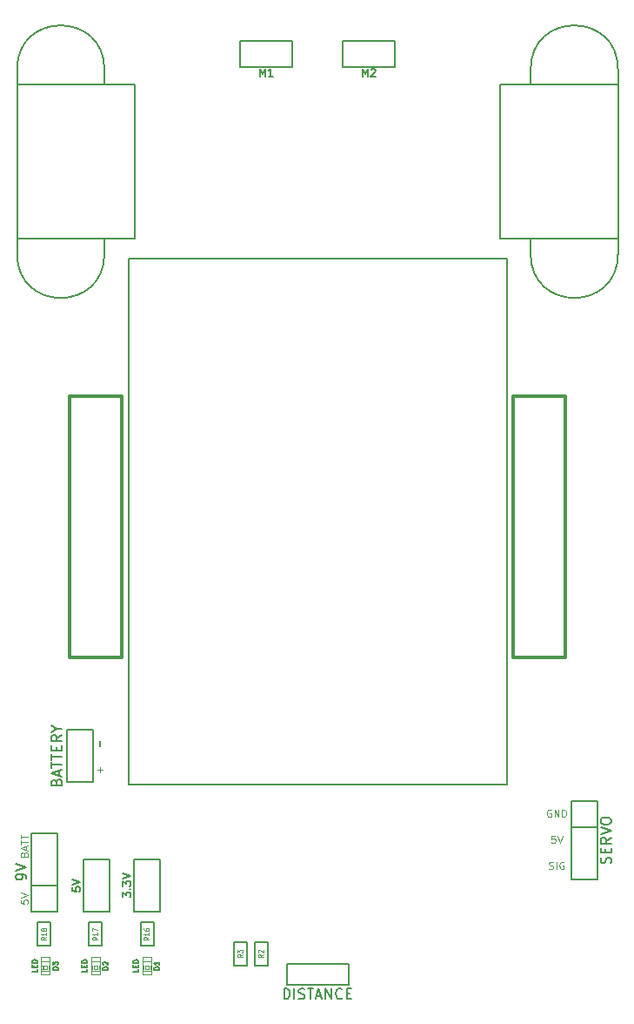
<source format=gto>
G04 (created by PCBNEW (2013-07-07 BZR 4022)-stable) date 7/8/2014 5:22:45 PM*
%MOIN*%
G04 Gerber Fmt 3.4, Leading zero omitted, Abs format*
%FSLAX34Y34*%
G01*
G70*
G90*
G04 APERTURE LIST*
%ADD10C,0.00590551*%
%ADD11C,0.00688976*%
%ADD12C,0.00393701*%
%ADD13C,0.005*%
%ADD14C,0.006*%
%ADD15C,0.012*%
%ADD16C,0.0026*%
%ADD17C,0.004*%
%ADD18C,0.0045*%
G04 APERTURE END LIST*
G54D10*
G54D11*
X70406Y-51504D02*
X70406Y-51295D01*
G54D12*
X70295Y-52406D02*
X70504Y-52406D01*
X70400Y-52511D02*
X70400Y-52301D01*
X87617Y-56198D02*
X87657Y-56211D01*
X87722Y-56211D01*
X87749Y-56198D01*
X87762Y-56185D01*
X87775Y-56159D01*
X87775Y-56132D01*
X87762Y-56106D01*
X87749Y-56093D01*
X87722Y-56080D01*
X87670Y-56067D01*
X87644Y-56054D01*
X87630Y-56040D01*
X87617Y-56014D01*
X87617Y-55988D01*
X87630Y-55962D01*
X87644Y-55949D01*
X87670Y-55935D01*
X87735Y-55935D01*
X87775Y-55949D01*
X87893Y-56211D02*
X87893Y-55935D01*
X88169Y-55949D02*
X88142Y-55935D01*
X88103Y-55935D01*
X88064Y-55949D01*
X88037Y-55975D01*
X88024Y-56001D01*
X88011Y-56054D01*
X88011Y-56093D01*
X88024Y-56145D01*
X88037Y-56172D01*
X88064Y-56198D01*
X88103Y-56211D01*
X88129Y-56211D01*
X88169Y-56198D01*
X88182Y-56185D01*
X88182Y-56093D01*
X88129Y-56093D01*
X87847Y-54935D02*
X87716Y-54935D01*
X87703Y-55067D01*
X87716Y-55054D01*
X87742Y-55040D01*
X87808Y-55040D01*
X87834Y-55054D01*
X87847Y-55067D01*
X87860Y-55093D01*
X87860Y-55159D01*
X87847Y-55185D01*
X87834Y-55198D01*
X87808Y-55211D01*
X87742Y-55211D01*
X87716Y-55198D01*
X87703Y-55185D01*
X87939Y-54935D02*
X88031Y-55211D01*
X88123Y-54935D01*
X87690Y-53949D02*
X87663Y-53935D01*
X87624Y-53935D01*
X87585Y-53949D01*
X87558Y-53975D01*
X87545Y-54001D01*
X87532Y-54054D01*
X87532Y-54093D01*
X87545Y-54145D01*
X87558Y-54172D01*
X87585Y-54198D01*
X87624Y-54211D01*
X87650Y-54211D01*
X87690Y-54198D01*
X87703Y-54185D01*
X87703Y-54093D01*
X87650Y-54093D01*
X87821Y-54211D02*
X87821Y-53935D01*
X87978Y-54211D01*
X87978Y-53935D01*
X88109Y-54211D02*
X88109Y-53935D01*
X88175Y-53935D01*
X88214Y-53949D01*
X88241Y-53975D01*
X88254Y-54001D01*
X88267Y-54054D01*
X88267Y-54093D01*
X88254Y-54145D01*
X88241Y-54172D01*
X88214Y-54198D01*
X88175Y-54211D01*
X88109Y-54211D01*
X67365Y-57395D02*
X67365Y-57526D01*
X67496Y-57539D01*
X67483Y-57526D01*
X67470Y-57500D01*
X67470Y-57434D01*
X67483Y-57408D01*
X67496Y-57395D01*
X67522Y-57381D01*
X67588Y-57381D01*
X67614Y-57395D01*
X67627Y-57408D01*
X67641Y-57434D01*
X67641Y-57500D01*
X67627Y-57526D01*
X67614Y-57539D01*
X67365Y-57303D02*
X67641Y-57211D01*
X67365Y-57119D01*
X67496Y-55643D02*
X67509Y-55603D01*
X67522Y-55590D01*
X67549Y-55577D01*
X67588Y-55577D01*
X67614Y-55590D01*
X67627Y-55603D01*
X67641Y-55629D01*
X67641Y-55734D01*
X67365Y-55734D01*
X67365Y-55643D01*
X67378Y-55616D01*
X67391Y-55603D01*
X67417Y-55590D01*
X67444Y-55590D01*
X67470Y-55603D01*
X67483Y-55616D01*
X67496Y-55643D01*
X67496Y-55734D01*
X67562Y-55472D02*
X67562Y-55341D01*
X67641Y-55498D02*
X67365Y-55406D01*
X67641Y-55314D01*
X67365Y-55262D02*
X67365Y-55104D01*
X67641Y-55183D02*
X67365Y-55183D01*
X67365Y-55052D02*
X67365Y-54895D01*
X67641Y-54973D02*
X67365Y-54973D01*
G54D10*
X85990Y-32834D02*
X71490Y-32834D01*
X71490Y-32834D02*
X71490Y-52992D01*
X71490Y-52992D02*
X85990Y-52992D01*
X85990Y-52992D02*
X85990Y-32834D01*
X70570Y-26181D02*
X70570Y-25590D01*
X70570Y-32677D02*
X70570Y-32086D01*
X71751Y-32086D02*
X67224Y-32086D01*
X67224Y-26181D02*
X71751Y-26181D01*
X71751Y-32086D02*
X71751Y-26181D01*
X67224Y-32677D02*
X67224Y-25590D01*
X70570Y-25590D02*
G75*
G03X67224Y-25590I-1673J0D01*
G74*
G01*
X67224Y-32677D02*
G75*
G03X70570Y-32677I1673J0D01*
G74*
G01*
X86909Y-32086D02*
X86909Y-32677D01*
X86909Y-25590D02*
X86909Y-26181D01*
X85728Y-26181D02*
X90255Y-26181D01*
X90255Y-32086D02*
X85728Y-32086D01*
X85728Y-26181D02*
X85728Y-32086D01*
X90255Y-25590D02*
X90255Y-32677D01*
X86909Y-32677D02*
G75*
G03X90255Y-32677I1673J0D01*
G74*
G01*
X90255Y-25590D02*
G75*
G03X86909Y-25590I-1673J0D01*
G74*
G01*
G54D13*
X68017Y-59150D02*
X68017Y-58250D01*
X68017Y-58250D02*
X68517Y-58250D01*
X68517Y-58250D02*
X68517Y-59150D01*
X68517Y-59150D02*
X68017Y-59150D01*
X71954Y-59150D02*
X71954Y-58250D01*
X71954Y-58250D02*
X72454Y-58250D01*
X72454Y-58250D02*
X72454Y-59150D01*
X72454Y-59150D02*
X71954Y-59150D01*
X69986Y-59150D02*
X69986Y-58250D01*
X69986Y-58250D02*
X70486Y-58250D01*
X70486Y-58250D02*
X70486Y-59150D01*
X70486Y-59150D02*
X69986Y-59150D01*
X76324Y-59898D02*
X76324Y-58998D01*
X76324Y-58998D02*
X76824Y-58998D01*
X76824Y-58998D02*
X76824Y-59898D01*
X76824Y-59898D02*
X76324Y-59898D01*
X76037Y-58998D02*
X76037Y-59898D01*
X76037Y-59898D02*
X75537Y-59898D01*
X75537Y-59898D02*
X75537Y-58998D01*
X75537Y-58998D02*
X76037Y-58998D01*
G54D14*
X68767Y-57838D02*
X67767Y-57838D01*
X67767Y-57838D02*
X67767Y-54838D01*
X67767Y-54838D02*
X68767Y-54838D01*
X68767Y-54838D02*
X68767Y-57838D01*
X67767Y-56838D02*
X68767Y-56838D01*
X88476Y-53618D02*
X89476Y-53618D01*
X89476Y-53618D02*
X89476Y-56618D01*
X89476Y-56618D02*
X88476Y-56618D01*
X88476Y-56618D02*
X88476Y-53618D01*
X89476Y-54618D02*
X88476Y-54618D01*
X70775Y-57850D02*
X69775Y-57850D01*
X69775Y-57850D02*
X69775Y-55850D01*
X69775Y-55850D02*
X70775Y-55850D01*
X70775Y-55850D02*
X70775Y-57850D01*
X77771Y-24500D02*
X77771Y-25500D01*
X77771Y-25500D02*
X75771Y-25500D01*
X75771Y-25500D02*
X75771Y-24500D01*
X75771Y-24500D02*
X77771Y-24500D01*
X81708Y-24500D02*
X81708Y-25500D01*
X81708Y-25500D02*
X79708Y-25500D01*
X79708Y-25500D02*
X79708Y-24500D01*
X79708Y-24500D02*
X81708Y-24500D01*
X70145Y-52889D02*
X69145Y-52889D01*
X69145Y-52889D02*
X69145Y-50889D01*
X69145Y-50889D02*
X70145Y-50889D01*
X70145Y-50889D02*
X70145Y-52889D01*
X72704Y-57850D02*
X71704Y-57850D01*
X71704Y-57850D02*
X71704Y-55850D01*
X71704Y-55850D02*
X72704Y-55850D01*
X72704Y-55850D02*
X72704Y-57850D01*
G54D15*
X86240Y-43122D02*
X86240Y-48122D01*
X88240Y-38122D02*
X88240Y-43122D01*
X88240Y-43122D02*
X88240Y-48122D01*
X88240Y-48122D02*
X86240Y-48122D01*
X86240Y-43122D02*
X86240Y-38122D01*
X86240Y-38122D02*
X88240Y-38122D01*
X69240Y-43122D02*
X69240Y-48122D01*
X71240Y-38122D02*
X71240Y-43122D01*
X71240Y-43122D02*
X71240Y-48122D01*
X71240Y-48122D02*
X69240Y-48122D01*
X69240Y-43122D02*
X69240Y-38122D01*
X69240Y-38122D02*
X71240Y-38122D01*
G54D16*
X72381Y-60098D02*
X72027Y-60098D01*
X72027Y-60098D02*
X72027Y-60255D01*
X72381Y-60255D02*
X72027Y-60255D01*
X72381Y-60098D02*
X72381Y-60255D01*
X72381Y-59587D02*
X72027Y-59587D01*
X72027Y-59587D02*
X72027Y-59744D01*
X72381Y-59744D02*
X72027Y-59744D01*
X72381Y-59587D02*
X72381Y-59744D01*
X72381Y-59921D02*
X72322Y-59921D01*
X72322Y-59921D02*
X72322Y-60039D01*
X72381Y-60039D02*
X72322Y-60039D01*
X72381Y-59921D02*
X72381Y-60039D01*
X72086Y-59921D02*
X72027Y-59921D01*
X72027Y-59921D02*
X72027Y-60039D01*
X72086Y-60039D02*
X72027Y-60039D01*
X72086Y-59921D02*
X72086Y-60039D01*
X72263Y-59921D02*
X72145Y-59921D01*
X72145Y-59921D02*
X72145Y-60039D01*
X72263Y-60039D02*
X72145Y-60039D01*
X72263Y-59921D02*
X72263Y-60039D01*
G54D17*
X72361Y-60098D02*
X72361Y-59744D01*
X72047Y-60098D02*
X72047Y-59744D01*
G54D16*
X70413Y-60098D02*
X70059Y-60098D01*
X70059Y-60098D02*
X70059Y-60255D01*
X70413Y-60255D02*
X70059Y-60255D01*
X70413Y-60098D02*
X70413Y-60255D01*
X70413Y-59587D02*
X70059Y-59587D01*
X70059Y-59587D02*
X70059Y-59744D01*
X70413Y-59744D02*
X70059Y-59744D01*
X70413Y-59587D02*
X70413Y-59744D01*
X70413Y-59921D02*
X70354Y-59921D01*
X70354Y-59921D02*
X70354Y-60039D01*
X70413Y-60039D02*
X70354Y-60039D01*
X70413Y-59921D02*
X70413Y-60039D01*
X70118Y-59921D02*
X70059Y-59921D01*
X70059Y-59921D02*
X70059Y-60039D01*
X70118Y-60039D02*
X70059Y-60039D01*
X70118Y-59921D02*
X70118Y-60039D01*
X70295Y-59921D02*
X70177Y-59921D01*
X70177Y-59921D02*
X70177Y-60039D01*
X70295Y-60039D02*
X70177Y-60039D01*
X70295Y-59921D02*
X70295Y-60039D01*
G54D17*
X70393Y-60098D02*
X70393Y-59744D01*
X70079Y-60098D02*
X70079Y-59744D01*
G54D16*
X68484Y-60098D02*
X68130Y-60098D01*
X68130Y-60098D02*
X68130Y-60255D01*
X68484Y-60255D02*
X68130Y-60255D01*
X68484Y-60098D02*
X68484Y-60255D01*
X68484Y-59587D02*
X68130Y-59587D01*
X68130Y-59587D02*
X68130Y-59744D01*
X68484Y-59744D02*
X68130Y-59744D01*
X68484Y-59587D02*
X68484Y-59744D01*
X68484Y-59921D02*
X68425Y-59921D01*
X68425Y-59921D02*
X68425Y-60039D01*
X68484Y-60039D02*
X68425Y-60039D01*
X68484Y-59921D02*
X68484Y-60039D01*
X68189Y-59921D02*
X68130Y-59921D01*
X68130Y-59921D02*
X68130Y-60039D01*
X68189Y-60039D02*
X68130Y-60039D01*
X68189Y-59921D02*
X68189Y-60039D01*
X68366Y-59921D02*
X68248Y-59921D01*
X68248Y-59921D02*
X68248Y-60039D01*
X68366Y-60039D02*
X68248Y-60039D01*
X68366Y-59921D02*
X68366Y-60039D01*
G54D17*
X68464Y-60098D02*
X68464Y-59744D01*
X68150Y-60098D02*
X68150Y-59744D01*
G54D10*
X79921Y-60629D02*
X77559Y-60629D01*
X77559Y-60629D02*
X77559Y-59842D01*
X77559Y-59842D02*
X79921Y-59842D01*
X79921Y-60629D02*
X79921Y-59842D01*
G54D18*
X68348Y-58816D02*
X68253Y-58876D01*
X68348Y-58919D02*
X68148Y-58919D01*
X68148Y-58850D01*
X68158Y-58833D01*
X68167Y-58825D01*
X68186Y-58816D01*
X68215Y-58816D01*
X68234Y-58825D01*
X68243Y-58833D01*
X68253Y-58850D01*
X68253Y-58919D01*
X68348Y-58645D02*
X68348Y-58747D01*
X68348Y-58696D02*
X68148Y-58696D01*
X68177Y-58713D01*
X68196Y-58730D01*
X68205Y-58747D01*
X68234Y-58542D02*
X68224Y-58559D01*
X68215Y-58567D01*
X68196Y-58576D01*
X68186Y-58576D01*
X68167Y-58567D01*
X68158Y-58559D01*
X68148Y-58542D01*
X68148Y-58507D01*
X68158Y-58490D01*
X68167Y-58482D01*
X68186Y-58473D01*
X68196Y-58473D01*
X68215Y-58482D01*
X68224Y-58490D01*
X68234Y-58507D01*
X68234Y-58542D01*
X68243Y-58559D01*
X68253Y-58567D01*
X68272Y-58576D01*
X68310Y-58576D01*
X68329Y-58567D01*
X68339Y-58559D01*
X68348Y-58542D01*
X68348Y-58507D01*
X68339Y-58490D01*
X68329Y-58482D01*
X68310Y-58473D01*
X68272Y-58473D01*
X68253Y-58482D01*
X68243Y-58490D01*
X68234Y-58507D01*
X72285Y-58816D02*
X72190Y-58876D01*
X72285Y-58919D02*
X72085Y-58919D01*
X72085Y-58850D01*
X72095Y-58833D01*
X72104Y-58825D01*
X72123Y-58816D01*
X72152Y-58816D01*
X72171Y-58825D01*
X72180Y-58833D01*
X72190Y-58850D01*
X72190Y-58919D01*
X72285Y-58645D02*
X72285Y-58747D01*
X72285Y-58696D02*
X72085Y-58696D01*
X72114Y-58713D01*
X72133Y-58730D01*
X72142Y-58747D01*
X72085Y-58490D02*
X72085Y-58525D01*
X72095Y-58542D01*
X72104Y-58550D01*
X72133Y-58567D01*
X72171Y-58576D01*
X72247Y-58576D01*
X72266Y-58567D01*
X72276Y-58559D01*
X72285Y-58542D01*
X72285Y-58507D01*
X72276Y-58490D01*
X72266Y-58482D01*
X72247Y-58473D01*
X72199Y-58473D01*
X72180Y-58482D01*
X72171Y-58490D01*
X72161Y-58507D01*
X72161Y-58542D01*
X72171Y-58559D01*
X72180Y-58567D01*
X72199Y-58576D01*
X70317Y-58816D02*
X70221Y-58876D01*
X70317Y-58919D02*
X70117Y-58919D01*
X70117Y-58850D01*
X70126Y-58833D01*
X70136Y-58825D01*
X70155Y-58816D01*
X70183Y-58816D01*
X70202Y-58825D01*
X70212Y-58833D01*
X70221Y-58850D01*
X70221Y-58919D01*
X70317Y-58645D02*
X70317Y-58747D01*
X70317Y-58696D02*
X70117Y-58696D01*
X70145Y-58713D01*
X70164Y-58730D01*
X70174Y-58747D01*
X70117Y-58585D02*
X70117Y-58465D01*
X70317Y-58542D01*
X76655Y-59478D02*
X76560Y-59538D01*
X76655Y-59581D02*
X76455Y-59581D01*
X76455Y-59513D01*
X76465Y-59495D01*
X76474Y-59487D01*
X76493Y-59478D01*
X76522Y-59478D01*
X76541Y-59487D01*
X76550Y-59495D01*
X76560Y-59513D01*
X76560Y-59581D01*
X76474Y-59410D02*
X76465Y-59401D01*
X76455Y-59384D01*
X76455Y-59341D01*
X76465Y-59324D01*
X76474Y-59315D01*
X76493Y-59307D01*
X76512Y-59307D01*
X76541Y-59315D01*
X76655Y-59418D01*
X76655Y-59307D01*
X75868Y-59478D02*
X75773Y-59538D01*
X75868Y-59581D02*
X75668Y-59581D01*
X75668Y-59513D01*
X75677Y-59495D01*
X75687Y-59487D01*
X75706Y-59478D01*
X75735Y-59478D01*
X75754Y-59487D01*
X75763Y-59495D01*
X75773Y-59513D01*
X75773Y-59581D01*
X75668Y-59418D02*
X75668Y-59307D01*
X75744Y-59367D01*
X75744Y-59341D01*
X75754Y-59324D01*
X75763Y-59315D01*
X75782Y-59307D01*
X75830Y-59307D01*
X75849Y-59315D01*
X75858Y-59324D01*
X75868Y-59341D01*
X75868Y-59393D01*
X75858Y-59410D01*
X75849Y-59418D01*
G54D14*
X67579Y-56586D02*
X67579Y-56510D01*
X67560Y-56471D01*
X67541Y-56452D01*
X67484Y-56414D01*
X67408Y-56395D01*
X67255Y-56395D01*
X67217Y-56414D01*
X67198Y-56433D01*
X67179Y-56471D01*
X67179Y-56548D01*
X67198Y-56586D01*
X67217Y-56605D01*
X67255Y-56624D01*
X67351Y-56624D01*
X67389Y-56605D01*
X67408Y-56586D01*
X67427Y-56548D01*
X67427Y-56471D01*
X67408Y-56433D01*
X67389Y-56414D01*
X67351Y-56395D01*
X67179Y-56281D02*
X67579Y-56148D01*
X67179Y-56014D01*
X89969Y-55994D02*
X89988Y-55937D01*
X89988Y-55841D01*
X89969Y-55803D01*
X89950Y-55784D01*
X89912Y-55765D01*
X89873Y-55765D01*
X89835Y-55784D01*
X89816Y-55803D01*
X89797Y-55841D01*
X89778Y-55918D01*
X89759Y-55956D01*
X89740Y-55975D01*
X89702Y-55994D01*
X89664Y-55994D01*
X89626Y-55975D01*
X89607Y-55956D01*
X89588Y-55918D01*
X89588Y-55822D01*
X89607Y-55765D01*
X89778Y-55594D02*
X89778Y-55460D01*
X89988Y-55403D02*
X89988Y-55594D01*
X89588Y-55594D01*
X89588Y-55403D01*
X89988Y-55003D02*
X89797Y-55137D01*
X89988Y-55232D02*
X89588Y-55232D01*
X89588Y-55080D01*
X89607Y-55041D01*
X89626Y-55022D01*
X89664Y-55003D01*
X89721Y-55003D01*
X89759Y-55022D01*
X89778Y-55041D01*
X89797Y-55080D01*
X89797Y-55232D01*
X89588Y-54889D02*
X89988Y-54756D01*
X89588Y-54622D01*
X89588Y-54413D02*
X89588Y-54337D01*
X89607Y-54299D01*
X89645Y-54260D01*
X89721Y-54241D01*
X89854Y-54241D01*
X89931Y-54260D01*
X89969Y-54299D01*
X89988Y-54337D01*
X89988Y-54413D01*
X89969Y-54451D01*
X89931Y-54489D01*
X89854Y-54508D01*
X89721Y-54508D01*
X89645Y-54489D01*
X89607Y-54451D01*
X89588Y-54413D01*
X69347Y-56907D02*
X69347Y-57050D01*
X69489Y-57064D01*
X69475Y-57050D01*
X69461Y-57021D01*
X69461Y-56950D01*
X69475Y-56921D01*
X69489Y-56907D01*
X69518Y-56893D01*
X69589Y-56893D01*
X69618Y-56907D01*
X69632Y-56921D01*
X69647Y-56950D01*
X69647Y-57021D01*
X69632Y-57050D01*
X69618Y-57064D01*
X69347Y-56807D02*
X69647Y-56707D01*
X69347Y-56607D01*
X76528Y-25871D02*
X76528Y-25571D01*
X76628Y-25785D01*
X76728Y-25571D01*
X76728Y-25871D01*
X77028Y-25871D02*
X76857Y-25871D01*
X76943Y-25871D02*
X76943Y-25571D01*
X76914Y-25614D01*
X76885Y-25642D01*
X76857Y-25657D01*
X80465Y-25871D02*
X80465Y-25571D01*
X80565Y-25785D01*
X80665Y-25571D01*
X80665Y-25871D01*
X80794Y-25600D02*
X80808Y-25585D01*
X80837Y-25571D01*
X80908Y-25571D01*
X80937Y-25585D01*
X80951Y-25600D01*
X80965Y-25628D01*
X80965Y-25657D01*
X80951Y-25700D01*
X80780Y-25871D01*
X80965Y-25871D01*
X68731Y-52889D02*
X68750Y-52832D01*
X68770Y-52813D01*
X68808Y-52794D01*
X68865Y-52794D01*
X68903Y-52813D01*
X68922Y-52832D01*
X68941Y-52870D01*
X68941Y-53023D01*
X68541Y-53023D01*
X68541Y-52889D01*
X68560Y-52851D01*
X68579Y-52832D01*
X68617Y-52813D01*
X68655Y-52813D01*
X68693Y-52832D01*
X68712Y-52851D01*
X68731Y-52889D01*
X68731Y-53023D01*
X68827Y-52642D02*
X68827Y-52451D01*
X68941Y-52680D02*
X68541Y-52546D01*
X68941Y-52413D01*
X68541Y-52337D02*
X68541Y-52108D01*
X68941Y-52223D02*
X68541Y-52223D01*
X68541Y-52032D02*
X68541Y-51804D01*
X68941Y-51918D02*
X68541Y-51918D01*
X68731Y-51670D02*
X68731Y-51537D01*
X68941Y-51480D02*
X68941Y-51670D01*
X68541Y-51670D01*
X68541Y-51480D01*
X68941Y-51080D02*
X68750Y-51213D01*
X68941Y-51308D02*
X68541Y-51308D01*
X68541Y-51156D01*
X68560Y-51118D01*
X68579Y-51099D01*
X68617Y-51080D01*
X68674Y-51080D01*
X68712Y-51099D01*
X68731Y-51118D01*
X68750Y-51156D01*
X68750Y-51308D01*
X68750Y-50832D02*
X68941Y-50832D01*
X68541Y-50965D02*
X68750Y-50832D01*
X68541Y-50699D01*
X71276Y-57293D02*
X71276Y-57107D01*
X71390Y-57207D01*
X71390Y-57164D01*
X71404Y-57136D01*
X71419Y-57121D01*
X71447Y-57107D01*
X71519Y-57107D01*
X71547Y-57121D01*
X71561Y-57136D01*
X71576Y-57164D01*
X71576Y-57250D01*
X71561Y-57278D01*
X71547Y-57293D01*
X71547Y-56978D02*
X71561Y-56964D01*
X71576Y-56978D01*
X71561Y-56993D01*
X71547Y-56978D01*
X71576Y-56978D01*
X71276Y-56864D02*
X71276Y-56678D01*
X71390Y-56778D01*
X71390Y-56736D01*
X71404Y-56707D01*
X71419Y-56693D01*
X71447Y-56678D01*
X71519Y-56678D01*
X71547Y-56693D01*
X71561Y-56707D01*
X71576Y-56736D01*
X71576Y-56821D01*
X71561Y-56850D01*
X71547Y-56864D01*
X71276Y-56593D02*
X71576Y-56493D01*
X71276Y-56393D01*
G54D13*
X72685Y-60068D02*
X72485Y-60068D01*
X72485Y-60021D01*
X72495Y-59992D01*
X72514Y-59973D01*
X72533Y-59964D01*
X72571Y-59954D01*
X72599Y-59954D01*
X72638Y-59964D01*
X72657Y-59973D01*
X72676Y-59992D01*
X72685Y-60021D01*
X72685Y-60068D01*
X72685Y-59764D02*
X72685Y-59878D01*
X72685Y-59821D02*
X72485Y-59821D01*
X72514Y-59840D01*
X72533Y-59859D01*
X72542Y-59878D01*
X71885Y-60049D02*
X71885Y-60145D01*
X71685Y-60145D01*
X71780Y-59983D02*
X71780Y-59916D01*
X71885Y-59887D02*
X71885Y-59983D01*
X71685Y-59983D01*
X71685Y-59887D01*
X71885Y-59802D02*
X71685Y-59802D01*
X71685Y-59754D01*
X71695Y-59726D01*
X71714Y-59706D01*
X71733Y-59697D01*
X71771Y-59687D01*
X71799Y-59687D01*
X71838Y-59697D01*
X71857Y-59706D01*
X71876Y-59726D01*
X71885Y-59754D01*
X71885Y-59802D01*
X70717Y-60068D02*
X70517Y-60068D01*
X70517Y-60021D01*
X70526Y-59992D01*
X70545Y-59973D01*
X70564Y-59964D01*
X70602Y-59954D01*
X70631Y-59954D01*
X70669Y-59964D01*
X70688Y-59973D01*
X70707Y-59992D01*
X70717Y-60021D01*
X70717Y-60068D01*
X70536Y-59878D02*
X70526Y-59868D01*
X70517Y-59849D01*
X70517Y-59802D01*
X70526Y-59783D01*
X70536Y-59773D01*
X70555Y-59764D01*
X70574Y-59764D01*
X70602Y-59773D01*
X70717Y-59887D01*
X70717Y-59764D01*
X69917Y-60049D02*
X69917Y-60145D01*
X69717Y-60145D01*
X69812Y-59983D02*
X69812Y-59916D01*
X69917Y-59887D02*
X69917Y-59983D01*
X69717Y-59983D01*
X69717Y-59887D01*
X69917Y-59802D02*
X69717Y-59802D01*
X69717Y-59754D01*
X69726Y-59726D01*
X69745Y-59706D01*
X69764Y-59697D01*
X69802Y-59687D01*
X69831Y-59687D01*
X69869Y-59697D01*
X69888Y-59706D01*
X69907Y-59726D01*
X69917Y-59754D01*
X69917Y-59802D01*
X68788Y-60068D02*
X68588Y-60068D01*
X68588Y-60021D01*
X68597Y-59992D01*
X68616Y-59973D01*
X68635Y-59964D01*
X68673Y-59954D01*
X68702Y-59954D01*
X68740Y-59964D01*
X68759Y-59973D01*
X68778Y-59992D01*
X68788Y-60021D01*
X68788Y-60068D01*
X68588Y-59887D02*
X68588Y-59764D01*
X68664Y-59830D01*
X68664Y-59802D01*
X68673Y-59783D01*
X68683Y-59773D01*
X68702Y-59764D01*
X68749Y-59764D01*
X68768Y-59773D01*
X68778Y-59783D01*
X68788Y-59802D01*
X68788Y-59859D01*
X68778Y-59878D01*
X68768Y-59887D01*
X67988Y-60049D02*
X67988Y-60145D01*
X67788Y-60145D01*
X67883Y-59983D02*
X67883Y-59916D01*
X67988Y-59887D02*
X67988Y-59983D01*
X67788Y-59983D01*
X67788Y-59887D01*
X67988Y-59802D02*
X67788Y-59802D01*
X67788Y-59754D01*
X67797Y-59726D01*
X67816Y-59706D01*
X67835Y-59697D01*
X67873Y-59687D01*
X67902Y-59687D01*
X67940Y-59697D01*
X67959Y-59706D01*
X67978Y-59726D01*
X67988Y-59754D01*
X67988Y-59802D01*
G54D10*
X77455Y-61182D02*
X77455Y-60789D01*
X77549Y-60789D01*
X77605Y-60808D01*
X77643Y-60845D01*
X77662Y-60883D01*
X77680Y-60958D01*
X77680Y-61014D01*
X77662Y-61089D01*
X77643Y-61126D01*
X77605Y-61164D01*
X77549Y-61182D01*
X77455Y-61182D01*
X77849Y-61182D02*
X77849Y-60789D01*
X78018Y-61164D02*
X78074Y-61182D01*
X78168Y-61182D01*
X78205Y-61164D01*
X78224Y-61145D01*
X78243Y-61107D01*
X78243Y-61070D01*
X78224Y-61032D01*
X78205Y-61014D01*
X78168Y-60995D01*
X78093Y-60976D01*
X78055Y-60958D01*
X78037Y-60939D01*
X78018Y-60901D01*
X78018Y-60864D01*
X78037Y-60826D01*
X78055Y-60808D01*
X78093Y-60789D01*
X78187Y-60789D01*
X78243Y-60808D01*
X78355Y-60789D02*
X78580Y-60789D01*
X78468Y-61182D02*
X78468Y-60789D01*
X78693Y-61070D02*
X78880Y-61070D01*
X78655Y-61182D02*
X78787Y-60789D01*
X78918Y-61182D01*
X79049Y-61182D02*
X79049Y-60789D01*
X79274Y-61182D01*
X79274Y-60789D01*
X79686Y-61145D02*
X79668Y-61164D01*
X79611Y-61182D01*
X79574Y-61182D01*
X79518Y-61164D01*
X79480Y-61126D01*
X79461Y-61089D01*
X79443Y-61014D01*
X79443Y-60958D01*
X79461Y-60883D01*
X79480Y-60845D01*
X79518Y-60808D01*
X79574Y-60789D01*
X79611Y-60789D01*
X79668Y-60808D01*
X79686Y-60826D01*
X79855Y-60976D02*
X79986Y-60976D01*
X80043Y-61182D02*
X79855Y-61182D01*
X79855Y-60789D01*
X80043Y-60789D01*
M02*

</source>
